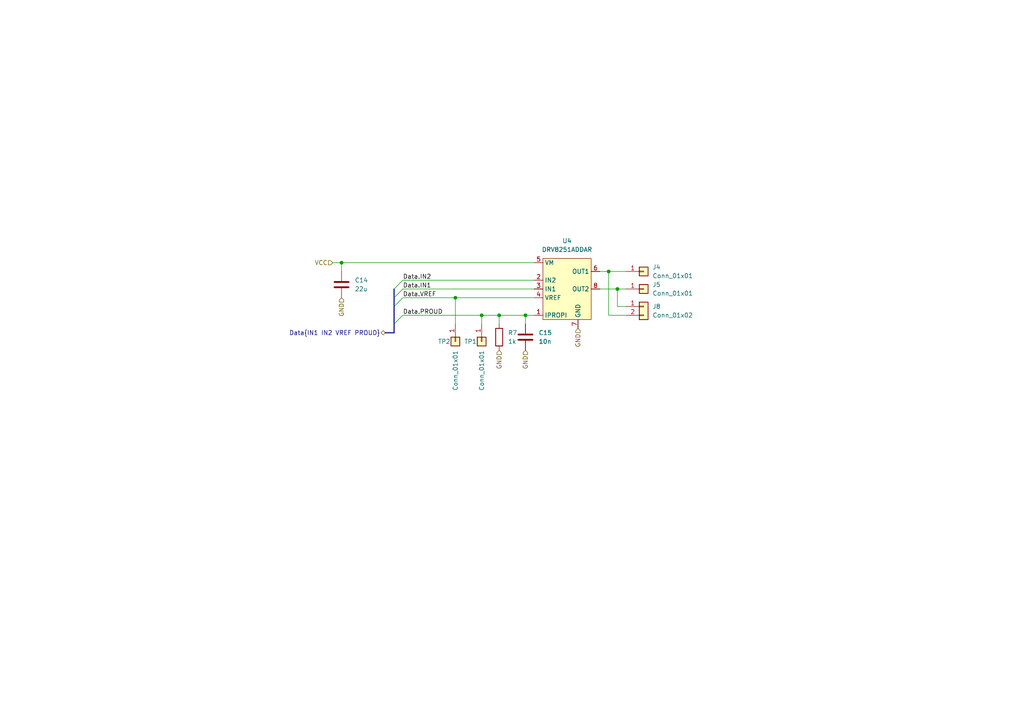
<source format=kicad_sch>
(kicad_sch (version 20230121) (generator eeschema)
  (paper "A4")
  (lib_symbols
    (symbol "Connector_Generic:Conn_01x01" (pin_names (offset 1.016) hide)
      (property "Reference" "J" (at 0 2.54 0))
      (property "Value" "Conn_01x01" (at 0 -2.54 0))
      (symbol "Conn_01x01_1_1"
        (rectangle (start -1.27 0.127) (end 0 -0.127) (stroke (width 0.1524)))
        (rectangle (start -1.27 1.27) (end 1.27 -1.27) (stroke (width 0.254)) (fill (type background)))
        (pin passive line (at -5.08 0 0) (length 3.81) (name "Pin_1") (number "1"))
      )
    )
    (symbol "Connector_Generic:Conn_01x02" (pin_names (offset 1.016) hide)
      (property "Reference" "J" (at 0 2.54 0))
      (property "Value" "Conn_01x02" (at 0 -5.08 0))
      (symbol "Conn_01x02_1_1"
        (rectangle (start -1.27 -2.413) (end 0 -2.667) (stroke (width 0.1524)))
        (rectangle (start -1.27 0.127) (end 0 -0.127) (stroke (width 0.1524)))
        (rectangle (start -1.27 1.27) (end 1.27 -3.81) (stroke (width 0.254)) (fill (type background)))
        (pin passive line (at -5.08 0 0) (length 3.81) (name "Pin_1") (number "1"))
        (pin passive line (at -5.08 -2.54 0) (length 3.81) (name "Pin_2") (number "2"))
      )
    )
    (symbol "Device:C" (pin_numbers hide) (pin_names (offset 0.254))
      (property "Reference" "C" (at 0.635 2.54 0))
      (property "Value" "C" (at 0.635 -2.54 0))
      (symbol "C_0_1"
        (polyline (pts (xy -2.032 -0.762) (xy 2.032 -0.762)) (stroke (width 0.508)))
        (polyline (pts (xy -2.032 0.762) (xy 2.032 0.762)) (stroke (width 0.508)))
      )
      (symbol "C_1_1"
        (pin passive line (at 0 3.81 270) (length 2.794) (name "~") (number "1"))
        (pin passive line (at 0 -3.81 90) (length 2.794) (name "~") (number "2"))
      )
    )
    (symbol "Device:R" (pin_numbers hide) (pin_names (offset 0))
      (property "Reference" "R" (at 2.032 0 90))
      (property "Value" "R" (at 0 0 90))
      (symbol "R_0_1"
        (rectangle (start -1.016 -2.54) (end 1.016 2.54) (stroke (width 0.254)))
      )
      (symbol "R_1_1"
        (pin passive line (at 0 3.81 270) (length 1.27) (name "~") (number "1"))
        (pin passive line (at 0 -3.81 90) (length 1.27) (name "~") (number "2"))
      )
    )
    (symbol "RKL-MotorDrivers:DRV8251ADDAR"
      (property "Reference" "U" (at 0 5.08 0))
      (property "Value" "DRV8251ADDAR" (at 0 2.54 0))
      (symbol "DRV8251ADDAR_0_1"
        (rectangle (start 6.35 -16.51) (end -7.62 1.27) (fill (type background)))
      )
      (symbol "DRV8251ADDAR_1_1"
        (pin output line (at -10.16 -15.24 0) (length 2.54) (name "IPROPI") (number "1"))
        (pin input line (at -10.16 -5.08 0) (length 2.54) (name "IN2") (number "2"))
        (pin input line (at -10.16 -7.62 0) (length 2.54) (name "IN1") (number "3"))
        (pin input line (at -10.16 -10.16 0) (length 2.54) (name "VREF") (number "4"))
        (pin power_in line (at -10.16 0 0) (length 2.54) (name "VM") (number "5"))
        (pin power_out line (at 8.89 -2.54 180) (length 2.54) (name "OUT1") (number "6"))
        (pin power_in line (at 2.54 -19.05 90) (length 2.54) (name "GND") (number "7"))
        (pin power_out line (at 8.89 -7.62 180) (length 2.54) (name "OUT2") (number "8"))
        (pin power_in line (at 2.54 -19.05 90) (length 2.54) hide (name "GND") (number "9"))
      )
    )
  )
  (junction (at 144.78 91.44))
  (junction (at 179.07 83.82))
  (junction (at 139.7 91.44))
  (junction (at 132.08 86.36))
  (junction (at 99.06 76.2))
  (junction (at 176.53 78.74))
  (junction (at 152.4 91.44))
  (bus_entry (at 114.3 83.82) (size 2.54 -2.54))
  (bus_entry (at 114.3 86.36) (size 2.54 -2.54))
  (bus_entry (at 114.3 93.98) (size 2.54 -2.54))
  (bus_entry (at 114.3 88.9) (size 2.54 -2.54))
  (wire (pts (xy 99.06 76.2) (xy 154.94 76.2)))
  (wire (pts (xy 139.7 91.44) (xy 139.7 93.98)))
  (bus (pts (xy 114.3 93.98) (xy 114.3 96.52)))
  (wire (pts (xy 144.78 91.44) (xy 144.78 93.98)))
  (wire (pts (xy 96.52 76.2) (xy 99.06 76.2)))
  (wire (pts (xy 139.7 91.44) (xy 144.78 91.44)))
  (wire (pts (xy 176.53 78.74) (xy 173.99 78.74)))
  (wire (pts (xy 179.07 88.9) (xy 179.07 83.82)))
  (wire (pts (xy 152.4 91.44) (xy 154.94 91.44)))
  (wire (pts (xy 132.08 86.36) (xy 132.08 93.98)))
  (wire (pts (xy 181.61 83.82) (xy 179.07 83.82)))
  (wire (pts (xy 116.84 83.82) (xy 154.94 83.82)))
  (wire (pts (xy 181.61 88.9) (xy 179.07 88.9)))
  (bus (pts (xy 111.76 96.52) (xy 114.3 96.52)))
  (wire (pts (xy 116.84 86.36) (xy 132.08 86.36)))
  (wire (pts (xy 152.4 91.44) (xy 152.4 93.98)))
  (bus (pts (xy 114.3 83.82) (xy 114.3 86.36)))
  (wire (pts (xy 179.07 83.82) (xy 173.99 83.82)))
  (wire (pts (xy 132.08 86.36) (xy 154.94 86.36)))
  (wire (pts (xy 116.84 81.28) (xy 154.94 81.28)))
  (wire (pts (xy 116.84 91.44) (xy 139.7 91.44)))
  (wire (pts (xy 181.61 78.74) (xy 176.53 78.74)))
  (wire (pts (xy 176.53 91.44) (xy 176.53 78.74)))
  (wire (pts (xy 181.61 91.44) (xy 176.53 91.44)))
  (wire (pts (xy 99.06 76.2) (xy 99.06 78.74)))
  (wire (pts (xy 144.78 91.44) (xy 152.4 91.44)))
  (bus (pts (xy 114.3 86.36) (xy 114.3 88.9)))
  (bus (pts (xy 114.3 88.9) (xy 114.3 93.98)))
  (label "Data.IN2" (at 116.84 81.28 0))
  (label "Data.VREF" (at 116.84 86.36 0))
  (label "Data.PROUD" (at 116.84 91.44 0))
  (label "Data.IN1" (at 116.84 83.82 0))
  (hierarchical_label "GND" (shape input) (at 152.4 101.6 270))
  (hierarchical_label "GND" (shape input) (at 99.06 86.36 270))
  (hierarchical_label "GND" (shape input) (at 167.64 95.25 270))
  (hierarchical_label "Data{IN1 IN2 VREF PROUD}" (shape bidirectional) (at 111.76 96.52 180))
  (hierarchical_label "VCC" (shape input) (at 96.52 76.2 180))
  (hierarchical_label "GND" (shape input) (at 144.78 101.6 270))
  (symbol (lib_id "Device:C") (at 152.4 97.79 0) (unit 1)
    (property "Reference" "C15" (at 156.21 96.5199 0) (effects (justify left)))
    (property "Value" "10n" (at 156.21 99.0599 0) (effects (justify left)))
    (property "Footprint" "Capacitor_SMD:C_0402_1005Metric" (effects hide))
    (property "LCSC" "C15195" (effects hide))
  )
  (symbol (lib_id "Device:R") (at 144.78 97.79 0) (unit 1)
    (property "Reference" "R7" (at 147.32 96.5199 0) (effects (justify left)))
    (property "Value" "1k" (at 147.32 99.0599 0) (effects (justify left)))
    (property "Footprint" "Capacitor_SMD:C_0402_1005Metric" (effects hide))
    (property "LCSC" "C852624" (effects hide))
  )
  (symbol (lib_id "Connector_Generic:Conn_01x01") (at 186.69 78.74 0) (unit 1)
    (property "Reference" "J4" (at 189.23 77.4699 0) (effects (justify left)))
    (property "Value" "Conn_01x01" (at 189.23 80.0099 0) (effects (justify left)))
    (property "Footprint" "Connector_Pin:Pin_D1.0mm_L10.0mm" (effects hide))
  )
  (symbol (lib_id "Device:C") (at 99.06 82.55 0) (unit 1)
    (property "Reference" "C14" (at 102.87 81.2799 0) (effects (justify left)))
    (property "Value" "22u" (at 102.87 83.8199 0) (effects (justify left)))
    (property "Footprint" "Capacitor_SMD:C_2220_5650Metric" (effects hide))
    (property "LCSC" "C5156742" (effects hide))
  )
  (symbol (lib_id "Connector_Generic:Conn_01x01") (at 186.69 83.82 0) (unit 1)
    (property "Reference" "J5" (at 189.23 82.5499 0) (effects (justify left)))
    (property "Value" "Conn_01x01" (at 189.23 85.0899 0) (effects (justify left)))
    (property "Footprint" "Connector_Pin:Pin_D1.0mm_L10.0mm" (effects hide))
  )
  (symbol (lib_id "Connector_Generic:Conn_01x01") (at 132.08 99.06 270) (unit 1)
    (property "Reference" "TP2" (at 127 99.06 90) (effects (justify left)))
    (property "Value" "Conn_01x01" (at 132.08 101.6 0) (effects (justify left)))
    (property "Footprint" "Connector_Pin:Pin_D0.7mm_L6.5mm_W1.8mm_FlatFork" (effects hide))
  )
  (symbol (lib_id "Connector_Generic:Conn_01x01") (at 139.7 99.06 270) (unit 1)
    (property "Reference" "TP1" (at 134.62 99.06 90) (effects (justify left)))
    (property "Value" "Conn_01x01" (at 139.7 101.6 0) (effects (justify left)))
    (property "Footprint" "Connector_Pin:Pin_D0.7mm_L6.5mm_W1.8mm_FlatFork" (effects hide))
  )
  (symbol (lib_id "Connector_Generic:Conn_01x02") (at 186.69 88.9 0) (unit 1)
    (property "Reference" "J8" (at 189.23 88.9 0) (effects (justify left)))
    (property "Value" "Conn_01x02" (at 189.23 91.44 0) (effects (justify left)))
    (property "Footprint" "Connector_Phoenix_MC:PhoenixContact_MCV_1,5_2-G-3.81_1x02_P3.81mm_Vertical" (effects hide))
  )
  (symbol (lib_id "RKL-MotorDrivers:DRV8251ADDAR") (at 165.1 76.2 0) (unit 1)
    (property "Reference" "U4" (at 164.465 69.85 0))
    (property "Value" "DRV8251ADDAR" (at 164.465 72.39 0))
    (property "Footprint" "Package_SO:SOIC-8-1EP_3.9x4.9mm_P1.27mm_EP2.62x3.51mm_ThermalVias" (effects hide))
    (property "Datasheet" "https://www.ti.com/lit/ds/symlink/drv8251a.pdf?ts=1695282626326&ref_url=https%253A%252F%252Fwww.ti.com%252Fproduct%252FDRV8251A%252Fpart-details%252FDRV8251ADDAR%253Futm_source%253Dgoogle%2526utm_medium%253Dcpc%2526utm_campaign%253Docb-tistore-promo-asc_opn_en-cpc-storeic-google-eu%2526utm_content%253DDevice%2526ds_k%253DDRV8251ADDAR%2526DCM%253Dyes%2526gclid%253DEAIaIQobChMI4P6-8Zu7gQMVkYZoCR2GegKiEAAYAiAAEgJRkvD_BwE%2526gclsrc%253Daw.ds" (effects hide))
  )
)
</source>
